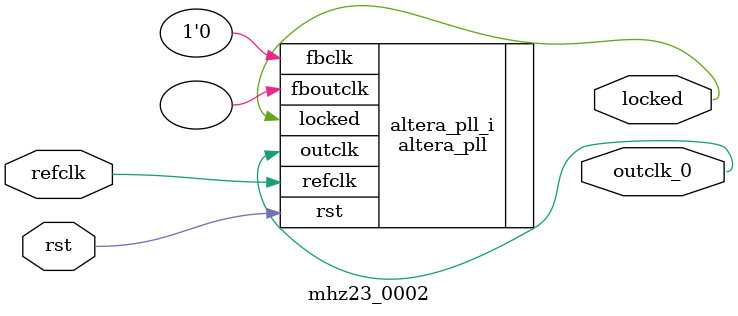
<source format=v>
`timescale 1ns/10ps
module  mhz23_0002(

	// interface 'refclk'
	input wire refclk,

	// interface 'reset'
	input wire rst,

	// interface 'outclk0'
	output wire outclk_0,

	// interface 'locked'
	output wire locked
);

	altera_pll #(
		.fractional_vco_multiplier("false"),
		.reference_clock_frequency("50.0 MHz"),
		.operation_mode("direct"),
		.number_of_clocks(1),
		.output_clock_frequency0("23.060344 MHz"),
		.phase_shift0("0 ps"),
		.duty_cycle0(50),
		.output_clock_frequency1("0 MHz"),
		.phase_shift1("0 ps"),
		.duty_cycle1(50),
		.output_clock_frequency2("0 MHz"),
		.phase_shift2("0 ps"),
		.duty_cycle2(50),
		.output_clock_frequency3("0 MHz"),
		.phase_shift3("0 ps"),
		.duty_cycle3(50),
		.output_clock_frequency4("0 MHz"),
		.phase_shift4("0 ps"),
		.duty_cycle4(50),
		.output_clock_frequency5("0 MHz"),
		.phase_shift5("0 ps"),
		.duty_cycle5(50),
		.output_clock_frequency6("0 MHz"),
		.phase_shift6("0 ps"),
		.duty_cycle6(50),
		.output_clock_frequency7("0 MHz"),
		.phase_shift7("0 ps"),
		.duty_cycle7(50),
		.output_clock_frequency8("0 MHz"),
		.phase_shift8("0 ps"),
		.duty_cycle8(50),
		.output_clock_frequency9("0 MHz"),
		.phase_shift9("0 ps"),
		.duty_cycle9(50),
		.output_clock_frequency10("0 MHz"),
		.phase_shift10("0 ps"),
		.duty_cycle10(50),
		.output_clock_frequency11("0 MHz"),
		.phase_shift11("0 ps"),
		.duty_cycle11(50),
		.output_clock_frequency12("0 MHz"),
		.phase_shift12("0 ps"),
		.duty_cycle12(50),
		.output_clock_frequency13("0 MHz"),
		.phase_shift13("0 ps"),
		.duty_cycle13(50),
		.output_clock_frequency14("0 MHz"),
		.phase_shift14("0 ps"),
		.duty_cycle14(50),
		.output_clock_frequency15("0 MHz"),
		.phase_shift15("0 ps"),
		.duty_cycle15(50),
		.output_clock_frequency16("0 MHz"),
		.phase_shift16("0 ps"),
		.duty_cycle16(50),
		.output_clock_frequency17("0 MHz"),
		.phase_shift17("0 ps"),
		.duty_cycle17(50),
		.pll_type("General"),
		.pll_subtype("General")
	) altera_pll_i (
		.rst	(rst),
		.outclk	({outclk_0}),
		.locked	(locked),
		.fboutclk	( ),
		.fbclk	(1'b0),
		.refclk	(refclk)
	);
endmodule


</source>
